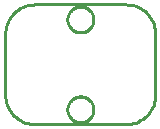
<source format=gbr>
G04 EAGLE Gerber RS-274X export*
G75*
%MOMM*%
%FSLAX34Y34*%
%LPD*%
%IN*%
%IPPOS*%
%AMOC8*
5,1,8,0,0,1.08239X$1,22.5*%
G01*
%ADD10C,0.254000*%


D10*
X-63500Y-25400D02*
X-63403Y-27614D01*
X-63114Y-29811D01*
X-62635Y-31974D01*
X-61968Y-34087D01*
X-61120Y-36135D01*
X-60097Y-38100D01*
X-58906Y-39969D01*
X-57558Y-41727D01*
X-56061Y-43361D01*
X-54427Y-44858D01*
X-52669Y-46206D01*
X-50800Y-47397D01*
X-48835Y-48420D01*
X-46787Y-49268D01*
X-44674Y-49935D01*
X-42511Y-50414D01*
X-40314Y-50703D01*
X-38100Y-50800D01*
X38100Y-50800D01*
X40314Y-50703D01*
X42511Y-50414D01*
X44674Y-49935D01*
X46787Y-49268D01*
X48835Y-48420D01*
X50800Y-47397D01*
X52669Y-46206D01*
X54427Y-44858D01*
X56061Y-43361D01*
X57558Y-41727D01*
X58906Y-39969D01*
X60097Y-38100D01*
X61120Y-36135D01*
X61968Y-34087D01*
X62635Y-31974D01*
X63114Y-29811D01*
X63403Y-27614D01*
X63500Y-25400D01*
X63500Y25400D01*
X63403Y27614D01*
X63114Y29811D01*
X62635Y31974D01*
X61968Y34087D01*
X61120Y36135D01*
X60097Y38100D01*
X58906Y39969D01*
X57558Y41727D01*
X56061Y43361D01*
X54427Y44858D01*
X52669Y46206D01*
X50800Y47397D01*
X48835Y48420D01*
X46787Y49268D01*
X44674Y49935D01*
X42511Y50414D01*
X40314Y50703D01*
X38100Y50800D01*
X-38100Y50800D01*
X-40314Y50703D01*
X-42511Y50414D01*
X-44674Y49935D01*
X-46787Y49268D01*
X-48835Y48420D01*
X-50800Y47397D01*
X-52669Y46206D01*
X-54427Y44858D01*
X-56061Y43361D01*
X-57558Y41727D01*
X-58906Y39969D01*
X-60097Y38100D01*
X-61120Y36135D01*
X-61968Y34087D01*
X-62635Y31974D01*
X-63114Y29811D01*
X-63403Y27614D01*
X-63500Y25400D01*
X-63500Y-25400D01*
X11000Y37668D02*
X10932Y36806D01*
X10797Y35952D01*
X10595Y35112D01*
X10328Y34290D01*
X9997Y33491D01*
X9605Y32721D01*
X9153Y31984D01*
X8645Y31285D01*
X8084Y30627D01*
X7473Y30016D01*
X6815Y29455D01*
X6116Y28947D01*
X5379Y28495D01*
X4609Y28103D01*
X3810Y27772D01*
X2988Y27505D01*
X2148Y27303D01*
X1294Y27168D01*
X432Y27100D01*
X-432Y27100D01*
X-1294Y27168D01*
X-2148Y27303D01*
X-2988Y27505D01*
X-3810Y27772D01*
X-4609Y28103D01*
X-5379Y28495D01*
X-6116Y28947D01*
X-6815Y29455D01*
X-7473Y30016D01*
X-8084Y30627D01*
X-8645Y31285D01*
X-9153Y31984D01*
X-9605Y32721D01*
X-9997Y33491D01*
X-10328Y34290D01*
X-10595Y35112D01*
X-10797Y35952D01*
X-10932Y36806D01*
X-11000Y37668D01*
X-11000Y38532D01*
X-10932Y39394D01*
X-10797Y40248D01*
X-10595Y41088D01*
X-10328Y41910D01*
X-9997Y42709D01*
X-9605Y43479D01*
X-9153Y44216D01*
X-8645Y44915D01*
X-8084Y45573D01*
X-7473Y46184D01*
X-6815Y46745D01*
X-6116Y47253D01*
X-5379Y47705D01*
X-4609Y48097D01*
X-3810Y48428D01*
X-2988Y48695D01*
X-2148Y48897D01*
X-1294Y49032D01*
X-432Y49100D01*
X432Y49100D01*
X1294Y49032D01*
X2148Y48897D01*
X2988Y48695D01*
X3810Y48428D01*
X4609Y48097D01*
X5379Y47705D01*
X6116Y47253D01*
X6815Y46745D01*
X7473Y46184D01*
X8084Y45573D01*
X8645Y44915D01*
X9153Y44216D01*
X9605Y43479D01*
X9997Y42709D01*
X10328Y41910D01*
X10595Y41088D01*
X10797Y40248D01*
X10932Y39394D01*
X11000Y38532D01*
X11000Y37668D01*
X11000Y-38532D02*
X10932Y-39394D01*
X10797Y-40248D01*
X10595Y-41088D01*
X10328Y-41910D01*
X9997Y-42709D01*
X9605Y-43479D01*
X9153Y-44216D01*
X8645Y-44915D01*
X8084Y-45573D01*
X7473Y-46184D01*
X6815Y-46745D01*
X6116Y-47253D01*
X5379Y-47705D01*
X4609Y-48097D01*
X3810Y-48428D01*
X2988Y-48695D01*
X2148Y-48897D01*
X1294Y-49032D01*
X432Y-49100D01*
X-432Y-49100D01*
X-1294Y-49032D01*
X-2148Y-48897D01*
X-2988Y-48695D01*
X-3810Y-48428D01*
X-4609Y-48097D01*
X-5379Y-47705D01*
X-6116Y-47253D01*
X-6815Y-46745D01*
X-7473Y-46184D01*
X-8084Y-45573D01*
X-8645Y-44915D01*
X-9153Y-44216D01*
X-9605Y-43479D01*
X-9997Y-42709D01*
X-10328Y-41910D01*
X-10595Y-41088D01*
X-10797Y-40248D01*
X-10932Y-39394D01*
X-11000Y-38532D01*
X-11000Y-37668D01*
X-10932Y-36806D01*
X-10797Y-35952D01*
X-10595Y-35112D01*
X-10328Y-34290D01*
X-9997Y-33491D01*
X-9605Y-32721D01*
X-9153Y-31984D01*
X-8645Y-31285D01*
X-8084Y-30627D01*
X-7473Y-30016D01*
X-6815Y-29455D01*
X-6116Y-28947D01*
X-5379Y-28495D01*
X-4609Y-28103D01*
X-3810Y-27772D01*
X-2988Y-27505D01*
X-2148Y-27303D01*
X-1294Y-27168D01*
X-432Y-27100D01*
X432Y-27100D01*
X1294Y-27168D01*
X2148Y-27303D01*
X2988Y-27505D01*
X3810Y-27772D01*
X4609Y-28103D01*
X5379Y-28495D01*
X6116Y-28947D01*
X6815Y-29455D01*
X7473Y-30016D01*
X8084Y-30627D01*
X8645Y-31285D01*
X9153Y-31984D01*
X9605Y-32721D01*
X9997Y-33491D01*
X10328Y-34290D01*
X10595Y-35112D01*
X10797Y-35952D01*
X10932Y-36806D01*
X11000Y-37668D01*
X11000Y-38532D01*
M02*

</source>
